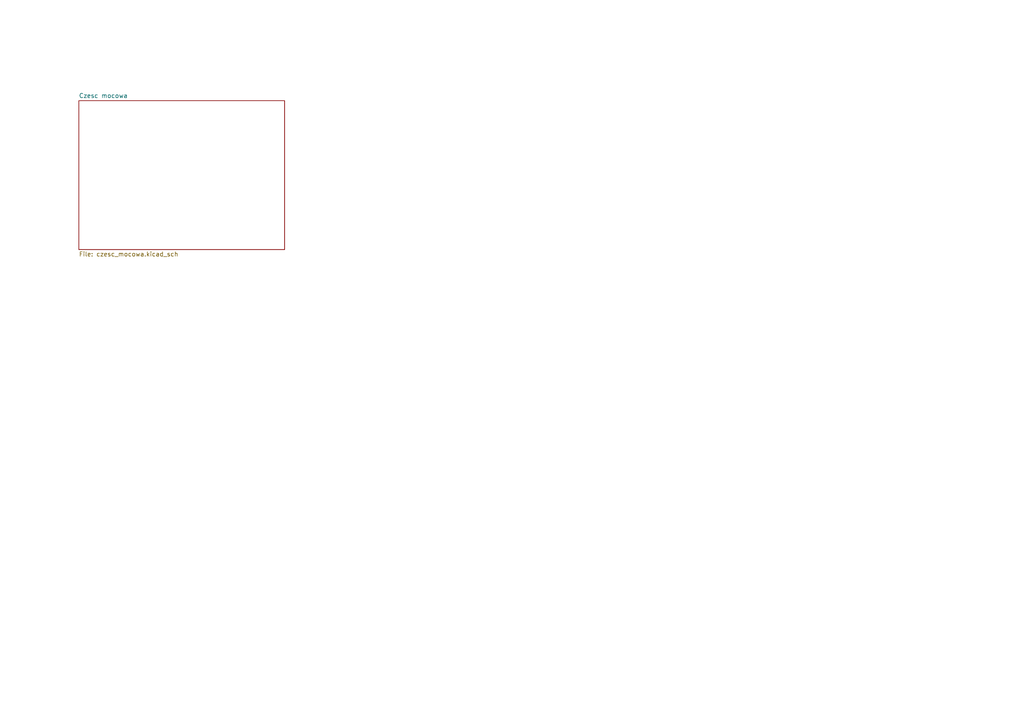
<source format=kicad_sch>
(kicad_sch
	(version 20250114)
	(generator "eeschema")
	(generator_version "9.0")
	(uuid "0704f19e-3532-4d63-b9fa-b6ad4264c9ae")
	(paper "A4")
	(lib_symbols)
	(sheet
		(at 22.86 29.21)
		(size 59.69 43.18)
		(exclude_from_sim no)
		(in_bom yes)
		(on_board yes)
		(dnp no)
		(fields_autoplaced yes)
		(stroke
			(width 0.1524)
			(type solid)
		)
		(fill
			(color 0 0 0 0.0000)
		)
		(uuid "567d7ead-1e39-4d6d-8152-f0040c9dbe56")
		(property "Sheetname" "Czesc mocowa"
			(at 22.86 28.4984 0)
			(effects
				(font
					(size 1.27 1.27)
				)
				(justify left bottom)
			)
		)
		(property "Sheetfile" "czesc_mocowa.kicad_sch"
			(at 22.86 72.9746 0)
			(effects
				(font
					(size 1.27 1.27)
				)
				(justify left top)
			)
		)
		(instances
			(project "PCB"
				(path "/0704f19e-3532-4d63-b9fa-b6ad4264c9ae"
					(page "2")
				)
			)
		)
	)
	(sheet_instances
		(path "/"
			(page "1")
		)
	)
	(embedded_fonts no)
)

</source>
